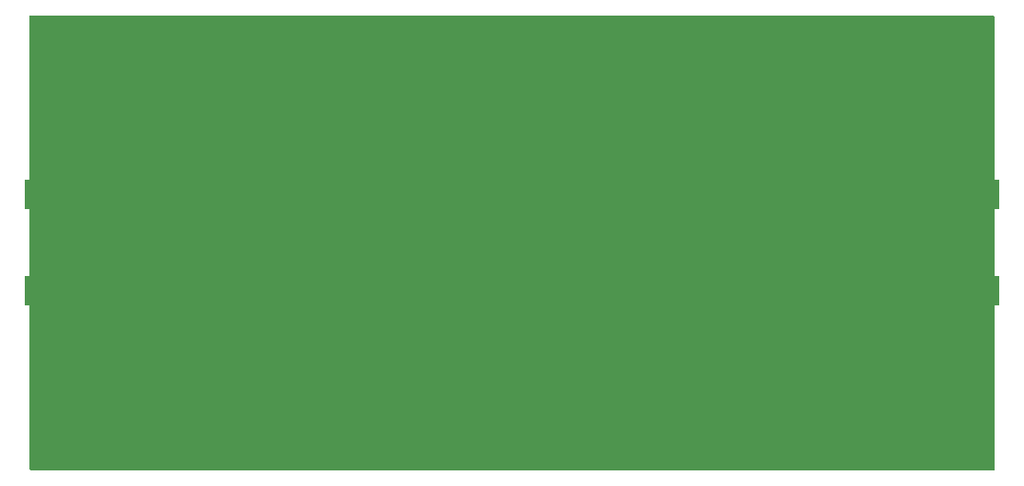
<source format=gbl>
%TF.GenerationSoftware,KiCad,Pcbnew,(5.99.0-8090-ga1d7a959f7)*%
%TF.CreationDate,2021-01-05T15:40:31+00:00*%
%TF.ProjectId,BGYAmp,42475941-6d70-42e6-9b69-6361645f7063,rev?*%
%TF.SameCoordinates,Original*%
%TF.FileFunction,Copper,L4,Bot*%
%TF.FilePolarity,Positive*%
%FSLAX46Y46*%
G04 Gerber Fmt 4.6, Leading zero omitted, Abs format (unit mm)*
G04 Created by KiCad (PCBNEW (5.99.0-8090-ga1d7a959f7)) date 2021-01-05 15:40:31*
%MOMM*%
%LPD*%
G01*
G04 APERTURE LIST*
%TA.AperFunction,SMDPad,CuDef*%
%ADD10R,5.000000X2.800000*%
%TD*%
%TA.AperFunction,ViaPad*%
%ADD11C,0.800000*%
%TD*%
%TA.AperFunction,ViaPad*%
%ADD12C,5.800000*%
%TD*%
G04 APERTURE END LIST*
D10*
%TO.P,J1,2,Ext*%
%TO.N,GND*%
X102550600Y-152950000D03*
X102550600Y-144050000D03*
%TD*%
%TO.P,J2,2,Ext*%
%TO.N,GND*%
X187500000Y-152950000D03*
X187500000Y-144050000D03*
%TD*%
D11*
%TO.N,GND*%
X178268881Y-129082800D03*
X178231800Y-144068800D03*
X139877800Y-128574800D03*
X150291800Y-132384800D03*
X187395004Y-159054800D03*
D12*
X144957800Y-162356800D03*
D11*
X139877800Y-132384800D03*
X139877800Y-142544800D03*
X164535004Y-165658800D03*
X170103800Y-162229800D03*
X164535004Y-159054800D03*
X102539800Y-165658800D03*
D12*
X181553004Y-162356800D03*
D11*
X144957800Y-149402800D03*
X150291800Y-142544800D03*
X150291800Y-159054800D03*
X139877800Y-137718800D03*
X142163800Y-146100800D03*
X150291800Y-168325800D03*
X147751800Y-158038800D03*
X178268881Y-135686800D03*
X150291800Y-128574800D03*
D12*
X181570881Y-132384800D03*
D11*
X187412881Y-129082800D03*
D12*
X108381800Y-132384800D03*
D11*
X111683800Y-144068800D03*
X114223800Y-165658800D03*
X119811800Y-162229800D03*
X183565800Y-144068800D03*
D12*
X144957800Y-132384800D03*
D11*
X142163800Y-158038800D03*
X106476800Y-144068800D03*
X147751800Y-146100800D03*
X102539800Y-159054800D03*
X102539800Y-135686800D03*
X150291800Y-137718800D03*
X175711004Y-159054800D03*
X144957800Y-137718800D03*
X114223800Y-159054800D03*
X102539800Y-129082800D03*
X187395004Y-165658800D03*
X139877800Y-168325800D03*
X150291800Y-146100800D03*
X102539800Y-155244800D03*
X125399800Y-159054800D03*
X144957800Y-155244800D03*
X175711004Y-165658800D03*
X125399800Y-165658800D03*
X144957800Y-142544800D03*
X144957800Y-152196800D03*
D12*
X108381800Y-162356800D03*
D11*
X111683800Y-129082800D03*
X139877800Y-159054800D03*
X139877800Y-146100800D03*
X111683800Y-135686800D03*
X187375800Y-155244800D03*
X187412881Y-135686800D03*
%TD*%
%TA.AperFunction,Conductor*%
%TO.N,GND*%
G36*
X189434121Y-127528002D02*
G01*
X189480614Y-127581658D01*
X189492000Y-127634000D01*
X189492000Y-169366000D01*
X189471998Y-169434121D01*
X189418342Y-169480614D01*
X189366000Y-169492000D01*
X100634000Y-169492000D01*
X100565879Y-169471998D01*
X100519386Y-169418342D01*
X100508000Y-169366000D01*
X100508000Y-127634000D01*
X100528002Y-127565879D01*
X100581658Y-127519386D01*
X100634000Y-127508000D01*
X189366000Y-127508000D01*
X189434121Y-127528002D01*
G37*
%TD.AperFunction*%
%TD*%
M02*

</source>
